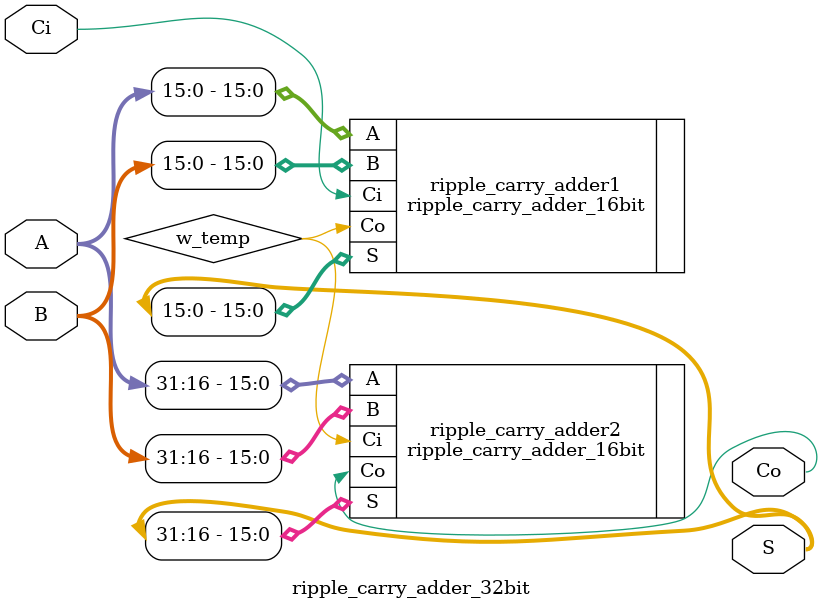
<source format=v>
/*
Computer Organisation and Architecture Lab
Assignment no. 1
Group no. 8
Suhas Jain and Monal Prasad
*/

module  ripple_carry_adder_32bit (A, B, Ci, S, Co);

    input [31:0] A, B;
    input Ci;
    output [31:0] S;
    output Co;
    wire w_temp;

    ripple_carry_adder_16bit ripple_carry_adder1(.A(A[15:0]), .B(B[15:0]), .Ci(Ci), .S(S[15:0]), .Co(w_temp));
    ripple_carry_adder_16bit ripple_carry_adder2(.A(A[31:16]), .B(B[31:16]), .Ci(w_temp), .S(S[31:16]), .Co(Co));
    
endmodule
</source>
